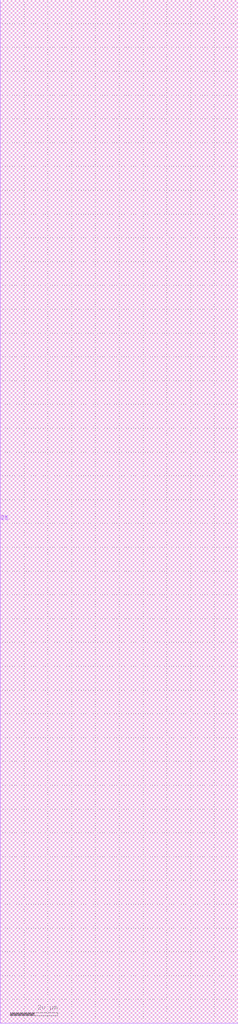
<source format=lef>
VERSION 5.6 ;
BUSBITCHARS "[]" ;
DIVIDERCHAR "/" ;

MACRO CLOCKED_MACRO
  CLASS BLOCK ;
  FOREIGN CLOCKED_MACRO 0 0 ;
  ORIGIN 0 0 ;
  SYMMETRY X Y ;
  SIZE 100 BY 430 ;
  PIN I1
    DIRECTION INPUT ;
    PORT
      LAYER metal3 ;
        RECT 0 210 0.140 210.070  ;
    END
  END I1
  PIN CK
    DIRECTION INPUT ;
    USE CLOCK ;
    PORT
      LAYER metal3 ;
        RECT 0 210.280 0.140 210.350  ;
    END
  END CK
  PIN O1 
    DIRECTION OUTPUT ;
    PORT
      LAYER metal3 ;
        RECT 99.860 210 100 210.070  ;
    END
  END O1 
  OBS
      LAYER metal3 ;
        RECT 0 0 100 430 ;
  END
END CLOCKED_MACRO 

SITE DoubleHeightSite
  SYMMETRY X Y ;
  CLASS core ;
  SIZE 0.19 BY 2.8 ;
END DoubleHeightSite

SITE TripleHeightSite
  SYMMETRY Y ;
  CLASS core ;
  SIZE 0.19 BY 4.2 ;
END TripleHeightSite

SITE HybridG
 SYMMETRY X Y ;
 CLASS core ;
 SIZE 0.19 BY 1.4 ;
END HybridG

SITE HybridA
 SYMMETRY X Y ;
 CLASS core ;
 SIZE 0.19 BY 1.8 ;
END HybridA

SITE HybridAG
  SYMMETRY X Y ;
  CLASS core ;
  SIZE 0.19 BY 3.2 ;
  ROWPATTERN HybridA N HybridG FS ;
END HybridAG

SITE HybridAG2
  SYMMETRY X Y ;
  CLASS core ;
  SIZE 0.19 BY 3.2 ;
  ROWPATTERN HybridA FS HybridG N ;
END HybridAG2

SITE HybridGA
  SYMMETRY X Y ;
  CLASS core ;
  SIZE 0.19 BY 3.2 ;
  ROWPATTERN HybridG FS HybridA N ;
END HybridGA

</source>
